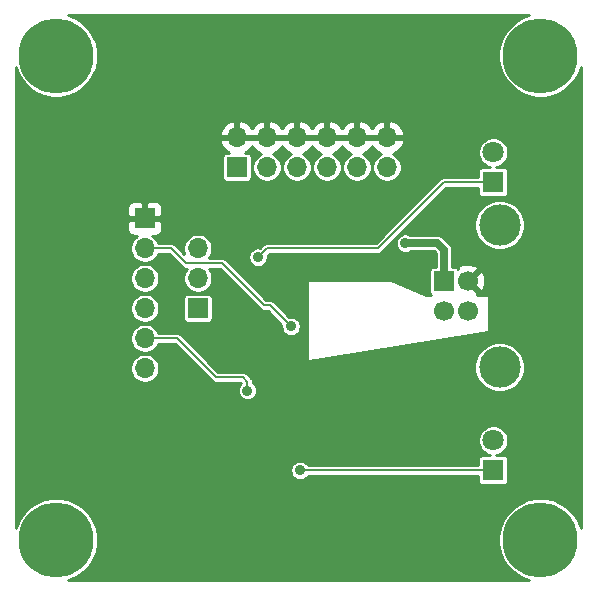
<source format=gbl>
G04 #@! TF.GenerationSoftware,KiCad,Pcbnew,(5.1.5)-3*
G04 #@! TF.CreationDate,2020-05-21T16:35:35-04:00*
G04 #@! TF.ProjectId,FTDI-USB-TTL-49MM,46544449-2d55-4534-922d-54544c2d3439,1*
G04 #@! TF.SameCoordinates,Original*
G04 #@! TF.FileFunction,Copper,L2,Bot*
G04 #@! TF.FilePolarity,Positive*
%FSLAX46Y46*%
G04 Gerber Fmt 4.6, Leading zero omitted, Abs format (unit mm)*
G04 Created by KiCad (PCBNEW (5.1.5)-3) date 2020-05-21 16:35:35*
%MOMM*%
%LPD*%
G04 APERTURE LIST*
%ADD10R,1.800000X1.800000*%
%ADD11C,1.800000*%
%ADD12C,6.350000*%
%ADD13R,1.700000X1.700000*%
%ADD14O,1.700000X1.700000*%
%ADD15C,1.700000*%
%ADD16C,3.500000*%
%ADD17C,0.889000*%
%ADD18C,0.635000*%
%ADD19C,0.203200*%
%ADD20C,0.254000*%
G04 APERTURE END LIST*
D10*
X41000000Y-39116000D03*
D11*
X41000000Y-36576000D03*
D12*
X45000000Y-45000000D03*
X4000000Y-45000000D03*
X45000000Y-4000000D03*
X4000000Y-4000000D03*
D13*
X16000000Y-25400000D03*
D14*
X16000000Y-22860000D03*
X16000000Y-20320000D03*
D13*
X36830000Y-23114000D03*
D15*
X36830000Y-25614000D03*
X38830000Y-25614000D03*
X38830000Y-23114000D03*
D16*
X41540000Y-18344000D03*
X41540000Y-30384000D03*
D13*
X11500000Y-17780000D03*
D14*
X11500000Y-20320000D03*
X11500000Y-22860000D03*
X11500000Y-25400000D03*
X11500000Y-27940000D03*
X11500000Y-30480000D03*
D11*
X41000000Y-12190000D03*
D10*
X41000000Y-14730000D03*
D13*
X19304000Y-13462000D03*
D14*
X19304000Y-10922000D03*
X21844000Y-13462000D03*
X21844000Y-10922000D03*
X24384000Y-13462000D03*
X24384000Y-10922000D03*
X26924000Y-13462000D03*
X26924000Y-10922000D03*
X29464000Y-13462000D03*
X29464000Y-10922000D03*
X32004000Y-13462000D03*
X32004000Y-10922000D03*
D17*
X33553400Y-19888200D03*
X23876000Y-26924000D03*
X20193000Y-32372300D03*
X21082000Y-21069300D03*
X24638000Y-39116000D03*
X16256000Y-36322000D03*
X22606000Y-21590000D03*
X20828000Y-18034000D03*
X23660100Y-30099000D03*
D18*
X36830000Y-23114000D02*
X36830000Y-20447000D01*
X36271200Y-19888200D02*
X33553400Y-19888200D01*
X36830000Y-20447000D02*
X36271200Y-19888200D01*
D19*
X23876000Y-26924000D02*
X22098000Y-25146000D01*
X22098000Y-25146000D02*
X21590000Y-25146000D01*
X21590000Y-25146000D02*
X18034000Y-21590000D01*
X18034000Y-21590000D02*
X14986000Y-21590000D01*
X13716000Y-20320000D02*
X11500000Y-20320000D01*
X14986000Y-21590000D02*
X13716000Y-20320000D01*
X19812000Y-31242000D02*
X17526000Y-31242000D01*
X14224000Y-27940000D02*
X11500000Y-27940000D01*
X17526000Y-31242000D02*
X14224000Y-27940000D01*
X20193000Y-31623000D02*
X19812000Y-31242000D01*
X20193000Y-32372300D02*
X20193000Y-31623000D01*
X21831300Y-20320000D02*
X31242000Y-20320000D01*
X21082000Y-21069300D02*
X21831300Y-20320000D01*
X36832000Y-14730000D02*
X31242000Y-20320000D01*
X41000000Y-14730000D02*
X36832000Y-14730000D01*
X41000000Y-39116000D02*
X24638000Y-39116000D01*
D20*
G36*
X43962753Y-580655D02*
G01*
X43315602Y-848714D01*
X42733182Y-1237874D01*
X42237874Y-1733182D01*
X41848714Y-2315602D01*
X41580655Y-2962753D01*
X41444000Y-3649765D01*
X41444000Y-4350235D01*
X41580655Y-5037247D01*
X41848714Y-5684398D01*
X42237874Y-6266818D01*
X42733182Y-6762126D01*
X43315602Y-7151286D01*
X43962753Y-7419345D01*
X44649765Y-7556000D01*
X45350235Y-7556000D01*
X46037247Y-7419345D01*
X46684398Y-7151286D01*
X47266818Y-6762126D01*
X47762126Y-6266818D01*
X48151286Y-5684398D01*
X48419345Y-5037247D01*
X48428500Y-4991222D01*
X48428501Y-44008783D01*
X48419345Y-43962753D01*
X48151286Y-43315602D01*
X47762126Y-42733182D01*
X47266818Y-42237874D01*
X46684398Y-41848714D01*
X46037247Y-41580655D01*
X45350235Y-41444000D01*
X44649765Y-41444000D01*
X43962753Y-41580655D01*
X43315602Y-41848714D01*
X42733182Y-42237874D01*
X42237874Y-42733182D01*
X41848714Y-43315602D01*
X41580655Y-43962753D01*
X41444000Y-44649765D01*
X41444000Y-45350235D01*
X41580655Y-46037247D01*
X41848714Y-46684398D01*
X42237874Y-47266818D01*
X42733182Y-47762126D01*
X43315602Y-48151286D01*
X43962753Y-48419345D01*
X44008778Y-48428500D01*
X4991222Y-48428500D01*
X5037247Y-48419345D01*
X5684398Y-48151286D01*
X6266818Y-47762126D01*
X6762126Y-47266818D01*
X7151286Y-46684398D01*
X7419345Y-46037247D01*
X7556000Y-45350235D01*
X7556000Y-44649765D01*
X7419345Y-43962753D01*
X7151286Y-43315602D01*
X6762126Y-42733182D01*
X6266818Y-42237874D01*
X5684398Y-41848714D01*
X5037247Y-41580655D01*
X4350235Y-41444000D01*
X3649765Y-41444000D01*
X2962753Y-41580655D01*
X2315602Y-41848714D01*
X1733182Y-42237874D01*
X1237874Y-42733182D01*
X848714Y-43315602D01*
X580655Y-43962753D01*
X571500Y-44008778D01*
X571500Y-39034695D01*
X23812500Y-39034695D01*
X23812500Y-39197305D01*
X23844224Y-39356789D01*
X23906452Y-39507021D01*
X23996792Y-39642225D01*
X24111775Y-39757208D01*
X24246979Y-39847548D01*
X24397211Y-39909776D01*
X24556695Y-39941500D01*
X24719305Y-39941500D01*
X24878789Y-39909776D01*
X25029021Y-39847548D01*
X25164225Y-39757208D01*
X25279208Y-39642225D01*
X25308357Y-39598600D01*
X39717157Y-39598600D01*
X39717157Y-40016000D01*
X39724513Y-40090689D01*
X39746299Y-40162508D01*
X39781678Y-40228696D01*
X39829289Y-40286711D01*
X39887304Y-40334322D01*
X39953492Y-40369701D01*
X40025311Y-40391487D01*
X40100000Y-40398843D01*
X41900000Y-40398843D01*
X41974689Y-40391487D01*
X42046508Y-40369701D01*
X42112696Y-40334322D01*
X42170711Y-40286711D01*
X42218322Y-40228696D01*
X42253701Y-40162508D01*
X42275487Y-40090689D01*
X42282843Y-40016000D01*
X42282843Y-38216000D01*
X42275487Y-38141311D01*
X42253701Y-38069492D01*
X42218322Y-38003304D01*
X42170711Y-37945289D01*
X42112696Y-37897678D01*
X42046508Y-37862299D01*
X41974689Y-37840513D01*
X41900000Y-37833157D01*
X41246034Y-37833157D01*
X41373654Y-37807772D01*
X41606781Y-37711207D01*
X41816590Y-37571018D01*
X41995018Y-37392590D01*
X42135207Y-37182781D01*
X42231772Y-36949654D01*
X42281000Y-36702167D01*
X42281000Y-36449833D01*
X42231772Y-36202346D01*
X42135207Y-35969219D01*
X41995018Y-35759410D01*
X41816590Y-35580982D01*
X41606781Y-35440793D01*
X41373654Y-35344228D01*
X41126167Y-35295000D01*
X40873833Y-35295000D01*
X40626346Y-35344228D01*
X40393219Y-35440793D01*
X40183410Y-35580982D01*
X40004982Y-35759410D01*
X39864793Y-35969219D01*
X39768228Y-36202346D01*
X39719000Y-36449833D01*
X39719000Y-36702167D01*
X39768228Y-36949654D01*
X39864793Y-37182781D01*
X40004982Y-37392590D01*
X40183410Y-37571018D01*
X40393219Y-37711207D01*
X40626346Y-37807772D01*
X40753966Y-37833157D01*
X40100000Y-37833157D01*
X40025311Y-37840513D01*
X39953492Y-37862299D01*
X39887304Y-37897678D01*
X39829289Y-37945289D01*
X39781678Y-38003304D01*
X39746299Y-38069492D01*
X39724513Y-38141311D01*
X39717157Y-38216000D01*
X39717157Y-38633400D01*
X25308357Y-38633400D01*
X25279208Y-38589775D01*
X25164225Y-38474792D01*
X25029021Y-38384452D01*
X24878789Y-38322224D01*
X24719305Y-38290500D01*
X24556695Y-38290500D01*
X24397211Y-38322224D01*
X24246979Y-38384452D01*
X24111775Y-38474792D01*
X23996792Y-38589775D01*
X23906452Y-38724979D01*
X23844224Y-38875211D01*
X23812500Y-39034695D01*
X571500Y-39034695D01*
X571500Y-30358757D01*
X10269000Y-30358757D01*
X10269000Y-30601243D01*
X10316307Y-30839069D01*
X10409102Y-31063097D01*
X10543820Y-31264717D01*
X10715283Y-31436180D01*
X10916903Y-31570898D01*
X11140931Y-31663693D01*
X11378757Y-31711000D01*
X11621243Y-31711000D01*
X11859069Y-31663693D01*
X12083097Y-31570898D01*
X12284717Y-31436180D01*
X12456180Y-31264717D01*
X12590898Y-31063097D01*
X12683693Y-30839069D01*
X12731000Y-30601243D01*
X12731000Y-30358757D01*
X12683693Y-30120931D01*
X12590898Y-29896903D01*
X12456180Y-29695283D01*
X12284717Y-29523820D01*
X12083097Y-29389102D01*
X11859069Y-29296307D01*
X11621243Y-29249000D01*
X11378757Y-29249000D01*
X11140931Y-29296307D01*
X10916903Y-29389102D01*
X10715283Y-29523820D01*
X10543820Y-29695283D01*
X10409102Y-29896903D01*
X10316307Y-30120931D01*
X10269000Y-30358757D01*
X571500Y-30358757D01*
X571500Y-27818757D01*
X10269000Y-27818757D01*
X10269000Y-28061243D01*
X10316307Y-28299069D01*
X10409102Y-28523097D01*
X10543820Y-28724717D01*
X10715283Y-28896180D01*
X10916903Y-29030898D01*
X11140931Y-29123693D01*
X11378757Y-29171000D01*
X11621243Y-29171000D01*
X11859069Y-29123693D01*
X12083097Y-29030898D01*
X12284717Y-28896180D01*
X12456180Y-28724717D01*
X12590898Y-28523097D01*
X12632525Y-28422600D01*
X14024101Y-28422600D01*
X17167983Y-31566482D01*
X17183099Y-31584901D01*
X17256585Y-31645209D01*
X17340423Y-31690022D01*
X17431394Y-31717617D01*
X17502293Y-31724600D01*
X17502294Y-31724600D01*
X17525999Y-31726935D01*
X17549704Y-31724600D01*
X19612101Y-31724600D01*
X19642684Y-31755183D01*
X19551792Y-31846075D01*
X19461452Y-31981279D01*
X19399224Y-32131511D01*
X19367500Y-32290995D01*
X19367500Y-32453605D01*
X19399224Y-32613089D01*
X19461452Y-32763321D01*
X19551792Y-32898525D01*
X19666775Y-33013508D01*
X19801979Y-33103848D01*
X19952211Y-33166076D01*
X20111695Y-33197800D01*
X20274305Y-33197800D01*
X20433789Y-33166076D01*
X20584021Y-33103848D01*
X20719225Y-33013508D01*
X20834208Y-32898525D01*
X20924548Y-32763321D01*
X20986776Y-32613089D01*
X21018500Y-32453605D01*
X21018500Y-32290995D01*
X20986776Y-32131511D01*
X20924548Y-31981279D01*
X20834208Y-31846075D01*
X20719225Y-31731092D01*
X20675600Y-31701943D01*
X20675600Y-31646696D01*
X20677934Y-31622999D01*
X20675600Y-31599302D01*
X20675600Y-31599293D01*
X20668617Y-31528394D01*
X20641022Y-31437423D01*
X20596209Y-31353585D01*
X20535901Y-31280099D01*
X20517482Y-31264983D01*
X20170017Y-30917518D01*
X20154901Y-30899099D01*
X20081415Y-30838791D01*
X19997577Y-30793978D01*
X19906606Y-30766383D01*
X19835707Y-30759400D01*
X19835705Y-30759400D01*
X19812000Y-30757065D01*
X19788295Y-30759400D01*
X17725899Y-30759400D01*
X17140614Y-30174115D01*
X39409000Y-30174115D01*
X39409000Y-30593885D01*
X39490893Y-31005590D01*
X39651532Y-31393407D01*
X39884744Y-31742433D01*
X40181567Y-32039256D01*
X40530593Y-32272468D01*
X40918410Y-32433107D01*
X41330115Y-32515000D01*
X41749885Y-32515000D01*
X42161590Y-32433107D01*
X42549407Y-32272468D01*
X42898433Y-32039256D01*
X43195256Y-31742433D01*
X43428468Y-31393407D01*
X43589107Y-31005590D01*
X43671000Y-30593885D01*
X43671000Y-30174115D01*
X43589107Y-29762410D01*
X43428468Y-29374593D01*
X43195256Y-29025567D01*
X42898433Y-28728744D01*
X42549407Y-28495532D01*
X42161590Y-28334893D01*
X41749885Y-28253000D01*
X41330115Y-28253000D01*
X40918410Y-28334893D01*
X40530593Y-28495532D01*
X40181567Y-28728744D01*
X39884744Y-29025567D01*
X39651532Y-29374593D01*
X39490893Y-29762410D01*
X39409000Y-30174115D01*
X17140614Y-30174115D01*
X14582017Y-27615518D01*
X14566901Y-27597099D01*
X14493415Y-27536791D01*
X14409577Y-27491978D01*
X14318606Y-27464383D01*
X14247707Y-27457400D01*
X14247705Y-27457400D01*
X14224000Y-27455065D01*
X14200295Y-27457400D01*
X12632525Y-27457400D01*
X12590898Y-27356903D01*
X12456180Y-27155283D01*
X12284717Y-26983820D01*
X12083097Y-26849102D01*
X11859069Y-26756307D01*
X11621243Y-26709000D01*
X11378757Y-26709000D01*
X11140931Y-26756307D01*
X10916903Y-26849102D01*
X10715283Y-26983820D01*
X10543820Y-27155283D01*
X10409102Y-27356903D01*
X10316307Y-27580931D01*
X10269000Y-27818757D01*
X571500Y-27818757D01*
X571500Y-25278757D01*
X10269000Y-25278757D01*
X10269000Y-25521243D01*
X10316307Y-25759069D01*
X10409102Y-25983097D01*
X10543820Y-26184717D01*
X10715283Y-26356180D01*
X10916903Y-26490898D01*
X11140931Y-26583693D01*
X11378757Y-26631000D01*
X11621243Y-26631000D01*
X11859069Y-26583693D01*
X12083097Y-26490898D01*
X12284717Y-26356180D01*
X12456180Y-26184717D01*
X12590898Y-25983097D01*
X12683693Y-25759069D01*
X12731000Y-25521243D01*
X12731000Y-25278757D01*
X12683693Y-25040931D01*
X12590898Y-24816903D01*
X12456180Y-24615283D01*
X12390897Y-24550000D01*
X14767157Y-24550000D01*
X14767157Y-26250000D01*
X14774513Y-26324689D01*
X14796299Y-26396508D01*
X14831678Y-26462696D01*
X14879289Y-26520711D01*
X14937304Y-26568322D01*
X15003492Y-26603701D01*
X15075311Y-26625487D01*
X15150000Y-26632843D01*
X16850000Y-26632843D01*
X16924689Y-26625487D01*
X16996508Y-26603701D01*
X17062696Y-26568322D01*
X17120711Y-26520711D01*
X17168322Y-26462696D01*
X17203701Y-26396508D01*
X17225487Y-26324689D01*
X17232843Y-26250000D01*
X17232843Y-24550000D01*
X17225487Y-24475311D01*
X17203701Y-24403492D01*
X17168322Y-24337304D01*
X17120711Y-24279289D01*
X17062696Y-24231678D01*
X16996508Y-24196299D01*
X16924689Y-24174513D01*
X16850000Y-24167157D01*
X15150000Y-24167157D01*
X15075311Y-24174513D01*
X15003492Y-24196299D01*
X14937304Y-24231678D01*
X14879289Y-24279289D01*
X14831678Y-24337304D01*
X14796299Y-24403492D01*
X14774513Y-24475311D01*
X14767157Y-24550000D01*
X12390897Y-24550000D01*
X12284717Y-24443820D01*
X12083097Y-24309102D01*
X11859069Y-24216307D01*
X11621243Y-24169000D01*
X11378757Y-24169000D01*
X11140931Y-24216307D01*
X10916903Y-24309102D01*
X10715283Y-24443820D01*
X10543820Y-24615283D01*
X10409102Y-24816903D01*
X10316307Y-25040931D01*
X10269000Y-25278757D01*
X571500Y-25278757D01*
X571500Y-22738757D01*
X10269000Y-22738757D01*
X10269000Y-22981243D01*
X10316307Y-23219069D01*
X10409102Y-23443097D01*
X10543820Y-23644717D01*
X10715283Y-23816180D01*
X10916903Y-23950898D01*
X11140931Y-24043693D01*
X11378757Y-24091000D01*
X11621243Y-24091000D01*
X11859069Y-24043693D01*
X12083097Y-23950898D01*
X12284717Y-23816180D01*
X12456180Y-23644717D01*
X12590898Y-23443097D01*
X12683693Y-23219069D01*
X12731000Y-22981243D01*
X12731000Y-22738757D01*
X12683693Y-22500931D01*
X12590898Y-22276903D01*
X12456180Y-22075283D01*
X12284717Y-21903820D01*
X12083097Y-21769102D01*
X11859069Y-21676307D01*
X11621243Y-21629000D01*
X11378757Y-21629000D01*
X11140931Y-21676307D01*
X10916903Y-21769102D01*
X10715283Y-21903820D01*
X10543820Y-22075283D01*
X10409102Y-22276903D01*
X10316307Y-22500931D01*
X10269000Y-22738757D01*
X571500Y-22738757D01*
X571500Y-18630000D01*
X10011928Y-18630000D01*
X10024188Y-18754482D01*
X10060498Y-18874180D01*
X10119463Y-18984494D01*
X10198815Y-19081185D01*
X10295506Y-19160537D01*
X10405820Y-19219502D01*
X10525518Y-19255812D01*
X10650000Y-19268072D01*
X10860294Y-19266927D01*
X10715283Y-19363820D01*
X10543820Y-19535283D01*
X10409102Y-19736903D01*
X10316307Y-19960931D01*
X10269000Y-20198757D01*
X10269000Y-20441243D01*
X10316307Y-20679069D01*
X10409102Y-20903097D01*
X10543820Y-21104717D01*
X10715283Y-21276180D01*
X10916903Y-21410898D01*
X11140931Y-21503693D01*
X11378757Y-21551000D01*
X11621243Y-21551000D01*
X11859069Y-21503693D01*
X12083097Y-21410898D01*
X12284717Y-21276180D01*
X12456180Y-21104717D01*
X12590898Y-20903097D01*
X12632525Y-20802600D01*
X13516101Y-20802600D01*
X14627983Y-21914482D01*
X14643099Y-21932901D01*
X14716585Y-21993209D01*
X14800423Y-22038022D01*
X14891394Y-22065617D01*
X14962293Y-22072600D01*
X14962294Y-22072600D01*
X14985999Y-22074935D01*
X15009704Y-22072600D01*
X15046503Y-22072600D01*
X15043820Y-22075283D01*
X14909102Y-22276903D01*
X14816307Y-22500931D01*
X14769000Y-22738757D01*
X14769000Y-22981243D01*
X14816307Y-23219069D01*
X14909102Y-23443097D01*
X15043820Y-23644717D01*
X15215283Y-23816180D01*
X15416903Y-23950898D01*
X15640931Y-24043693D01*
X15878757Y-24091000D01*
X16121243Y-24091000D01*
X16359069Y-24043693D01*
X16583097Y-23950898D01*
X16784717Y-23816180D01*
X16956180Y-23644717D01*
X17090898Y-23443097D01*
X17183693Y-23219069D01*
X17231000Y-22981243D01*
X17231000Y-22738757D01*
X17183693Y-22500931D01*
X17090898Y-22276903D01*
X16956180Y-22075283D01*
X16953497Y-22072600D01*
X17834101Y-22072600D01*
X21231983Y-25470482D01*
X21247099Y-25488901D01*
X21320585Y-25549209D01*
X21404423Y-25594022D01*
X21495394Y-25621617D01*
X21566293Y-25628600D01*
X21566302Y-25628600D01*
X21589999Y-25630934D01*
X21613696Y-25628600D01*
X21898101Y-25628600D01*
X23060736Y-26791236D01*
X23050500Y-26842695D01*
X23050500Y-27005305D01*
X23082224Y-27164789D01*
X23144452Y-27315021D01*
X23234792Y-27450225D01*
X23349775Y-27565208D01*
X23484979Y-27655548D01*
X23635211Y-27717776D01*
X23794695Y-27749500D01*
X23957305Y-27749500D01*
X24116789Y-27717776D01*
X24267021Y-27655548D01*
X24402225Y-27565208D01*
X24517208Y-27450225D01*
X24607548Y-27315021D01*
X24669776Y-27164789D01*
X24701500Y-27005305D01*
X24701500Y-26842695D01*
X24669776Y-26683211D01*
X24607548Y-26532979D01*
X24517208Y-26397775D01*
X24402225Y-26282792D01*
X24267021Y-26192452D01*
X24116789Y-26130224D01*
X23957305Y-26098500D01*
X23794695Y-26098500D01*
X23743236Y-26108736D01*
X22456017Y-24821518D01*
X22440901Y-24803099D01*
X22367415Y-24742791D01*
X22283577Y-24697978D01*
X22192606Y-24670383D01*
X22121707Y-24663400D01*
X22121705Y-24663400D01*
X22098000Y-24661065D01*
X22074295Y-24663400D01*
X21789899Y-24663400D01*
X20240499Y-23114000D01*
X25273000Y-23114000D01*
X25273000Y-29718000D01*
X25274672Y-29738537D01*
X25281086Y-29762593D01*
X25292071Y-29784935D01*
X25307203Y-29804705D01*
X25325901Y-29821142D01*
X25347447Y-29833617D01*
X25371013Y-29841648D01*
X25395692Y-29844927D01*
X25420537Y-29843328D01*
X40533537Y-27366828D01*
X40560039Y-27359467D01*
X40582150Y-27348024D01*
X40601603Y-27332487D01*
X40617651Y-27313453D01*
X40629677Y-27291654D01*
X40637220Y-27267928D01*
X40639989Y-27243186D01*
X40678089Y-24372986D01*
X40675599Y-24346222D01*
X40668315Y-24322415D01*
X40656525Y-24300487D01*
X40640685Y-24281280D01*
X40621402Y-24265533D01*
X40599417Y-24253850D01*
X40575575Y-24246681D01*
X40550792Y-24244300D01*
X39646347Y-24246490D01*
X39678792Y-24142397D01*
X38830000Y-23293605D01*
X38815858Y-23307748D01*
X38636253Y-23128143D01*
X38650395Y-23114000D01*
X39009605Y-23114000D01*
X39858397Y-23962792D01*
X40107472Y-23885157D01*
X40233371Y-23621117D01*
X40305339Y-23337589D01*
X40320611Y-23045469D01*
X40278599Y-22755981D01*
X40180919Y-22480253D01*
X40107472Y-22342843D01*
X39858397Y-22265208D01*
X39009605Y-23114000D01*
X38650395Y-23114000D01*
X38636253Y-23099858D01*
X38815858Y-22920253D01*
X38830000Y-22934395D01*
X39678792Y-22085603D01*
X39601157Y-21836528D01*
X39337117Y-21710629D01*
X39053589Y-21638661D01*
X38761469Y-21623389D01*
X38471981Y-21665401D01*
X38196253Y-21763081D01*
X38058843Y-21836528D01*
X37993667Y-22045632D01*
X37950711Y-21993289D01*
X37892696Y-21945678D01*
X37826508Y-21910299D01*
X37754689Y-21888513D01*
X37680000Y-21881157D01*
X37528500Y-21881157D01*
X37528500Y-20481298D01*
X37531878Y-20447000D01*
X37528500Y-20412702D01*
X37528500Y-20412691D01*
X37518393Y-20310070D01*
X37478452Y-20178403D01*
X37413591Y-20057057D01*
X37363084Y-19995514D01*
X37348174Y-19977346D01*
X37348171Y-19977343D01*
X37326303Y-19950697D01*
X37299657Y-19928829D01*
X36789375Y-19418548D01*
X36767503Y-19391897D01*
X36661143Y-19304609D01*
X36539797Y-19239748D01*
X36408130Y-19199807D01*
X36305509Y-19189700D01*
X36305498Y-19189700D01*
X36271200Y-19186322D01*
X36236902Y-19189700D01*
X33993881Y-19189700D01*
X33944421Y-19156652D01*
X33794189Y-19094424D01*
X33634705Y-19062700D01*
X33472095Y-19062700D01*
X33312611Y-19094424D01*
X33162379Y-19156652D01*
X33027175Y-19246992D01*
X32912192Y-19361975D01*
X32821852Y-19497179D01*
X32759624Y-19647411D01*
X32727900Y-19806895D01*
X32727900Y-19969505D01*
X32759624Y-20128989D01*
X32821852Y-20279221D01*
X32912192Y-20414425D01*
X33027175Y-20529408D01*
X33162379Y-20619748D01*
X33312611Y-20681976D01*
X33472095Y-20713700D01*
X33634705Y-20713700D01*
X33794189Y-20681976D01*
X33944421Y-20619748D01*
X33993881Y-20586700D01*
X35981873Y-20586700D01*
X36131501Y-20736329D01*
X36131500Y-21881157D01*
X35980000Y-21881157D01*
X35905311Y-21888513D01*
X35833492Y-21910299D01*
X35767304Y-21945678D01*
X35709289Y-21993289D01*
X35661678Y-22051304D01*
X35626299Y-22117492D01*
X35604513Y-22189311D01*
X35597157Y-22264000D01*
X35597157Y-23964000D01*
X35604513Y-24038689D01*
X35626299Y-24110508D01*
X35661678Y-24176696D01*
X35709289Y-24234711D01*
X35735181Y-24255960D01*
X35331252Y-24256938D01*
X32306846Y-22996769D01*
X32282776Y-22989440D01*
X32258000Y-22987000D01*
X25400000Y-22987000D01*
X25375224Y-22989440D01*
X25351399Y-22996667D01*
X25329443Y-23008403D01*
X25310197Y-23024197D01*
X25294403Y-23043443D01*
X25282667Y-23065399D01*
X25275440Y-23089224D01*
X25273000Y-23114000D01*
X20240499Y-23114000D01*
X18392017Y-21265518D01*
X18376901Y-21247099D01*
X18303415Y-21186791D01*
X18219577Y-21141978D01*
X18128606Y-21114383D01*
X18057707Y-21107400D01*
X18057705Y-21107400D01*
X18034000Y-21105065D01*
X18010295Y-21107400D01*
X16953497Y-21107400D01*
X16956180Y-21104717D01*
X17034171Y-20987995D01*
X20256500Y-20987995D01*
X20256500Y-21150605D01*
X20288224Y-21310089D01*
X20350452Y-21460321D01*
X20440792Y-21595525D01*
X20555775Y-21710508D01*
X20690979Y-21800848D01*
X20841211Y-21863076D01*
X21000695Y-21894800D01*
X21163305Y-21894800D01*
X21322789Y-21863076D01*
X21473021Y-21800848D01*
X21608225Y-21710508D01*
X21723208Y-21595525D01*
X21813548Y-21460321D01*
X21875776Y-21310089D01*
X21907500Y-21150605D01*
X21907500Y-20987995D01*
X21897264Y-20936535D01*
X22031199Y-20802600D01*
X31218295Y-20802600D01*
X31242000Y-20804935D01*
X31265705Y-20802600D01*
X31265707Y-20802600D01*
X31336606Y-20795617D01*
X31427577Y-20768022D01*
X31511415Y-20723209D01*
X31584901Y-20662901D01*
X31600017Y-20644482D01*
X34110384Y-18134115D01*
X39409000Y-18134115D01*
X39409000Y-18553885D01*
X39490893Y-18965590D01*
X39651532Y-19353407D01*
X39884744Y-19702433D01*
X40181567Y-19999256D01*
X40530593Y-20232468D01*
X40918410Y-20393107D01*
X41330115Y-20475000D01*
X41749885Y-20475000D01*
X42161590Y-20393107D01*
X42549407Y-20232468D01*
X42898433Y-19999256D01*
X43195256Y-19702433D01*
X43428468Y-19353407D01*
X43589107Y-18965590D01*
X43671000Y-18553885D01*
X43671000Y-18134115D01*
X43589107Y-17722410D01*
X43428468Y-17334593D01*
X43195256Y-16985567D01*
X42898433Y-16688744D01*
X42549407Y-16455532D01*
X42161590Y-16294893D01*
X41749885Y-16213000D01*
X41330115Y-16213000D01*
X40918410Y-16294893D01*
X40530593Y-16455532D01*
X40181567Y-16688744D01*
X39884744Y-16985567D01*
X39651532Y-17334593D01*
X39490893Y-17722410D01*
X39409000Y-18134115D01*
X34110384Y-18134115D01*
X37031900Y-15212600D01*
X39717157Y-15212600D01*
X39717157Y-15630000D01*
X39724513Y-15704689D01*
X39746299Y-15776508D01*
X39781678Y-15842696D01*
X39829289Y-15900711D01*
X39887304Y-15948322D01*
X39953492Y-15983701D01*
X40025311Y-16005487D01*
X40100000Y-16012843D01*
X41900000Y-16012843D01*
X41974689Y-16005487D01*
X42046508Y-15983701D01*
X42112696Y-15948322D01*
X42170711Y-15900711D01*
X42218322Y-15842696D01*
X42253701Y-15776508D01*
X42275487Y-15704689D01*
X42282843Y-15630000D01*
X42282843Y-13830000D01*
X42275487Y-13755311D01*
X42253701Y-13683492D01*
X42218322Y-13617304D01*
X42170711Y-13559289D01*
X42112696Y-13511678D01*
X42046508Y-13476299D01*
X41974689Y-13454513D01*
X41900000Y-13447157D01*
X41246034Y-13447157D01*
X41373654Y-13421772D01*
X41606781Y-13325207D01*
X41816590Y-13185018D01*
X41995018Y-13006590D01*
X42135207Y-12796781D01*
X42231772Y-12563654D01*
X42281000Y-12316167D01*
X42281000Y-12063833D01*
X42231772Y-11816346D01*
X42135207Y-11583219D01*
X41995018Y-11373410D01*
X41816590Y-11194982D01*
X41606781Y-11054793D01*
X41373654Y-10958228D01*
X41126167Y-10909000D01*
X40873833Y-10909000D01*
X40626346Y-10958228D01*
X40393219Y-11054793D01*
X40183410Y-11194982D01*
X40004982Y-11373410D01*
X39864793Y-11583219D01*
X39768228Y-11816346D01*
X39719000Y-12063833D01*
X39719000Y-12316167D01*
X39768228Y-12563654D01*
X39864793Y-12796781D01*
X40004982Y-13006590D01*
X40183410Y-13185018D01*
X40393219Y-13325207D01*
X40626346Y-13421772D01*
X40753966Y-13447157D01*
X40100000Y-13447157D01*
X40025311Y-13454513D01*
X39953492Y-13476299D01*
X39887304Y-13511678D01*
X39829289Y-13559289D01*
X39781678Y-13617304D01*
X39746299Y-13683492D01*
X39724513Y-13755311D01*
X39717157Y-13830000D01*
X39717157Y-14247400D01*
X36855707Y-14247400D01*
X36832000Y-14245065D01*
X36737393Y-14254383D01*
X36646423Y-14281978D01*
X36562585Y-14326791D01*
X36489099Y-14387099D01*
X36473988Y-14405512D01*
X31042101Y-19837400D01*
X21855004Y-19837400D01*
X21831299Y-19835065D01*
X21807594Y-19837400D01*
X21807593Y-19837400D01*
X21736694Y-19844383D01*
X21645723Y-19871978D01*
X21561885Y-19916791D01*
X21488399Y-19977099D01*
X21473283Y-19995518D01*
X21214765Y-20254036D01*
X21163305Y-20243800D01*
X21000695Y-20243800D01*
X20841211Y-20275524D01*
X20690979Y-20337752D01*
X20555775Y-20428092D01*
X20440792Y-20543075D01*
X20350452Y-20678279D01*
X20288224Y-20828511D01*
X20256500Y-20987995D01*
X17034171Y-20987995D01*
X17090898Y-20903097D01*
X17183693Y-20679069D01*
X17231000Y-20441243D01*
X17231000Y-20198757D01*
X17183693Y-19960931D01*
X17090898Y-19736903D01*
X16956180Y-19535283D01*
X16784717Y-19363820D01*
X16583097Y-19229102D01*
X16359069Y-19136307D01*
X16121243Y-19089000D01*
X15878757Y-19089000D01*
X15640931Y-19136307D01*
X15416903Y-19229102D01*
X15215283Y-19363820D01*
X15043820Y-19535283D01*
X14909102Y-19736903D01*
X14816307Y-19960931D01*
X14769000Y-20198757D01*
X14769000Y-20441243D01*
X14816307Y-20679069D01*
X14857841Y-20779342D01*
X14074017Y-19995518D01*
X14058901Y-19977099D01*
X13985415Y-19916791D01*
X13901577Y-19871978D01*
X13810606Y-19844383D01*
X13739707Y-19837400D01*
X13739705Y-19837400D01*
X13716000Y-19835065D01*
X13692295Y-19837400D01*
X12632525Y-19837400D01*
X12590898Y-19736903D01*
X12456180Y-19535283D01*
X12284717Y-19363820D01*
X12139706Y-19266927D01*
X12350000Y-19268072D01*
X12474482Y-19255812D01*
X12594180Y-19219502D01*
X12704494Y-19160537D01*
X12801185Y-19081185D01*
X12880537Y-18984494D01*
X12939502Y-18874180D01*
X12975812Y-18754482D01*
X12988072Y-18630000D01*
X12985000Y-18065750D01*
X12826250Y-17907000D01*
X11627000Y-17907000D01*
X11627000Y-17927000D01*
X11373000Y-17927000D01*
X11373000Y-17907000D01*
X10173750Y-17907000D01*
X10015000Y-18065750D01*
X10011928Y-18630000D01*
X571500Y-18630000D01*
X571500Y-16930000D01*
X10011928Y-16930000D01*
X10015000Y-17494250D01*
X10173750Y-17653000D01*
X11373000Y-17653000D01*
X11373000Y-16453750D01*
X11627000Y-16453750D01*
X11627000Y-17653000D01*
X12826250Y-17653000D01*
X12985000Y-17494250D01*
X12988072Y-16930000D01*
X12975812Y-16805518D01*
X12939502Y-16685820D01*
X12880537Y-16575506D01*
X12801185Y-16478815D01*
X12704494Y-16399463D01*
X12594180Y-16340498D01*
X12474482Y-16304188D01*
X12350000Y-16291928D01*
X11785750Y-16295000D01*
X11627000Y-16453750D01*
X11373000Y-16453750D01*
X11214250Y-16295000D01*
X10650000Y-16291928D01*
X10525518Y-16304188D01*
X10405820Y-16340498D01*
X10295506Y-16399463D01*
X10198815Y-16478815D01*
X10119463Y-16575506D01*
X10060498Y-16685820D01*
X10024188Y-16805518D01*
X10011928Y-16930000D01*
X571500Y-16930000D01*
X571500Y-11278891D01*
X17862519Y-11278891D01*
X17959843Y-11553252D01*
X18108822Y-11803355D01*
X18303731Y-12019588D01*
X18537080Y-12193641D01*
X18611645Y-12229157D01*
X18454000Y-12229157D01*
X18379311Y-12236513D01*
X18307492Y-12258299D01*
X18241304Y-12293678D01*
X18183289Y-12341289D01*
X18135678Y-12399304D01*
X18100299Y-12465492D01*
X18078513Y-12537311D01*
X18071157Y-12612000D01*
X18071157Y-14312000D01*
X18078513Y-14386689D01*
X18100299Y-14458508D01*
X18135678Y-14524696D01*
X18183289Y-14582711D01*
X18241304Y-14630322D01*
X18307492Y-14665701D01*
X18379311Y-14687487D01*
X18454000Y-14694843D01*
X20154000Y-14694843D01*
X20228689Y-14687487D01*
X20300508Y-14665701D01*
X20366696Y-14630322D01*
X20424711Y-14582711D01*
X20472322Y-14524696D01*
X20507701Y-14458508D01*
X20529487Y-14386689D01*
X20536843Y-14312000D01*
X20536843Y-12612000D01*
X20529487Y-12537311D01*
X20507701Y-12465492D01*
X20472322Y-12399304D01*
X20424711Y-12341289D01*
X20366696Y-12293678D01*
X20300508Y-12258299D01*
X20228689Y-12236513D01*
X20154000Y-12229157D01*
X19996355Y-12229157D01*
X20070920Y-12193641D01*
X20304269Y-12019588D01*
X20499178Y-11803355D01*
X20574000Y-11677745D01*
X20648822Y-11803355D01*
X20843731Y-12019588D01*
X21077080Y-12193641D01*
X21339901Y-12318825D01*
X21367154Y-12327091D01*
X21260903Y-12371102D01*
X21059283Y-12505820D01*
X20887820Y-12677283D01*
X20753102Y-12878903D01*
X20660307Y-13102931D01*
X20613000Y-13340757D01*
X20613000Y-13583243D01*
X20660307Y-13821069D01*
X20753102Y-14045097D01*
X20887820Y-14246717D01*
X21059283Y-14418180D01*
X21260903Y-14552898D01*
X21484931Y-14645693D01*
X21722757Y-14693000D01*
X21965243Y-14693000D01*
X22203069Y-14645693D01*
X22427097Y-14552898D01*
X22628717Y-14418180D01*
X22800180Y-14246717D01*
X22934898Y-14045097D01*
X23027693Y-13821069D01*
X23075000Y-13583243D01*
X23075000Y-13340757D01*
X23027693Y-13102931D01*
X22934898Y-12878903D01*
X22800180Y-12677283D01*
X22628717Y-12505820D01*
X22427097Y-12371102D01*
X22320846Y-12327091D01*
X22348099Y-12318825D01*
X22610920Y-12193641D01*
X22844269Y-12019588D01*
X23039178Y-11803355D01*
X23114000Y-11677745D01*
X23188822Y-11803355D01*
X23383731Y-12019588D01*
X23617080Y-12193641D01*
X23879901Y-12318825D01*
X23907154Y-12327091D01*
X23800903Y-12371102D01*
X23599283Y-12505820D01*
X23427820Y-12677283D01*
X23293102Y-12878903D01*
X23200307Y-13102931D01*
X23153000Y-13340757D01*
X23153000Y-13583243D01*
X23200307Y-13821069D01*
X23293102Y-14045097D01*
X23427820Y-14246717D01*
X23599283Y-14418180D01*
X23800903Y-14552898D01*
X24024931Y-14645693D01*
X24262757Y-14693000D01*
X24505243Y-14693000D01*
X24743069Y-14645693D01*
X24967097Y-14552898D01*
X25168717Y-14418180D01*
X25340180Y-14246717D01*
X25474898Y-14045097D01*
X25567693Y-13821069D01*
X25615000Y-13583243D01*
X25615000Y-13340757D01*
X25567693Y-13102931D01*
X25474898Y-12878903D01*
X25340180Y-12677283D01*
X25168717Y-12505820D01*
X24967097Y-12371102D01*
X24860846Y-12327091D01*
X24888099Y-12318825D01*
X25150920Y-12193641D01*
X25384269Y-12019588D01*
X25579178Y-11803355D01*
X25654000Y-11677745D01*
X25728822Y-11803355D01*
X25923731Y-12019588D01*
X26157080Y-12193641D01*
X26419901Y-12318825D01*
X26447154Y-12327091D01*
X26340903Y-12371102D01*
X26139283Y-12505820D01*
X25967820Y-12677283D01*
X25833102Y-12878903D01*
X25740307Y-13102931D01*
X25693000Y-13340757D01*
X25693000Y-13583243D01*
X25740307Y-13821069D01*
X25833102Y-14045097D01*
X25967820Y-14246717D01*
X26139283Y-14418180D01*
X26340903Y-14552898D01*
X26564931Y-14645693D01*
X26802757Y-14693000D01*
X27045243Y-14693000D01*
X27283069Y-14645693D01*
X27507097Y-14552898D01*
X27708717Y-14418180D01*
X27880180Y-14246717D01*
X28014898Y-14045097D01*
X28107693Y-13821069D01*
X28155000Y-13583243D01*
X28155000Y-13340757D01*
X28107693Y-13102931D01*
X28014898Y-12878903D01*
X27880180Y-12677283D01*
X27708717Y-12505820D01*
X27507097Y-12371102D01*
X27400846Y-12327091D01*
X27428099Y-12318825D01*
X27690920Y-12193641D01*
X27924269Y-12019588D01*
X28119178Y-11803355D01*
X28194000Y-11677745D01*
X28268822Y-11803355D01*
X28463731Y-12019588D01*
X28697080Y-12193641D01*
X28959901Y-12318825D01*
X28987154Y-12327091D01*
X28880903Y-12371102D01*
X28679283Y-12505820D01*
X28507820Y-12677283D01*
X28373102Y-12878903D01*
X28280307Y-13102931D01*
X28233000Y-13340757D01*
X28233000Y-13583243D01*
X28280307Y-13821069D01*
X28373102Y-14045097D01*
X28507820Y-14246717D01*
X28679283Y-14418180D01*
X28880903Y-14552898D01*
X29104931Y-14645693D01*
X29342757Y-14693000D01*
X29585243Y-14693000D01*
X29823069Y-14645693D01*
X30047097Y-14552898D01*
X30248717Y-14418180D01*
X30420180Y-14246717D01*
X30554898Y-14045097D01*
X30647693Y-13821069D01*
X30695000Y-13583243D01*
X30695000Y-13340757D01*
X30647693Y-13102931D01*
X30554898Y-12878903D01*
X30420180Y-12677283D01*
X30248717Y-12505820D01*
X30047097Y-12371102D01*
X29940846Y-12327091D01*
X29968099Y-12318825D01*
X30230920Y-12193641D01*
X30464269Y-12019588D01*
X30659178Y-11803355D01*
X30734000Y-11677745D01*
X30808822Y-11803355D01*
X31003731Y-12019588D01*
X31237080Y-12193641D01*
X31499901Y-12318825D01*
X31527154Y-12327091D01*
X31420903Y-12371102D01*
X31219283Y-12505820D01*
X31047820Y-12677283D01*
X30913102Y-12878903D01*
X30820307Y-13102931D01*
X30773000Y-13340757D01*
X30773000Y-13583243D01*
X30820307Y-13821069D01*
X30913102Y-14045097D01*
X31047820Y-14246717D01*
X31219283Y-14418180D01*
X31420903Y-14552898D01*
X31644931Y-14645693D01*
X31882757Y-14693000D01*
X32125243Y-14693000D01*
X32363069Y-14645693D01*
X32587097Y-14552898D01*
X32788717Y-14418180D01*
X32960180Y-14246717D01*
X33094898Y-14045097D01*
X33187693Y-13821069D01*
X33235000Y-13583243D01*
X33235000Y-13340757D01*
X33187693Y-13102931D01*
X33094898Y-12878903D01*
X32960180Y-12677283D01*
X32788717Y-12505820D01*
X32587097Y-12371102D01*
X32480846Y-12327091D01*
X32508099Y-12318825D01*
X32770920Y-12193641D01*
X33004269Y-12019588D01*
X33199178Y-11803355D01*
X33348157Y-11553252D01*
X33445481Y-11278891D01*
X33324814Y-11049000D01*
X32131000Y-11049000D01*
X32131000Y-11069000D01*
X31877000Y-11069000D01*
X31877000Y-11049000D01*
X29591000Y-11049000D01*
X29591000Y-11069000D01*
X29337000Y-11069000D01*
X29337000Y-11049000D01*
X27051000Y-11049000D01*
X27051000Y-11069000D01*
X26797000Y-11069000D01*
X26797000Y-11049000D01*
X24511000Y-11049000D01*
X24511000Y-11069000D01*
X24257000Y-11069000D01*
X24257000Y-11049000D01*
X21971000Y-11049000D01*
X21971000Y-11069000D01*
X21717000Y-11069000D01*
X21717000Y-11049000D01*
X19431000Y-11049000D01*
X19431000Y-11069000D01*
X19177000Y-11069000D01*
X19177000Y-11049000D01*
X17983186Y-11049000D01*
X17862519Y-11278891D01*
X571500Y-11278891D01*
X571500Y-10565109D01*
X17862519Y-10565109D01*
X17983186Y-10795000D01*
X19177000Y-10795000D01*
X19177000Y-9601845D01*
X19431000Y-9601845D01*
X19431000Y-10795000D01*
X21717000Y-10795000D01*
X21717000Y-9601845D01*
X21971000Y-9601845D01*
X21971000Y-10795000D01*
X24257000Y-10795000D01*
X24257000Y-9601845D01*
X24511000Y-9601845D01*
X24511000Y-10795000D01*
X26797000Y-10795000D01*
X26797000Y-9601845D01*
X27051000Y-9601845D01*
X27051000Y-10795000D01*
X29337000Y-10795000D01*
X29337000Y-9601845D01*
X29591000Y-9601845D01*
X29591000Y-10795000D01*
X31877000Y-10795000D01*
X31877000Y-9601845D01*
X32131000Y-9601845D01*
X32131000Y-10795000D01*
X33324814Y-10795000D01*
X33445481Y-10565109D01*
X33348157Y-10290748D01*
X33199178Y-10040645D01*
X33004269Y-9824412D01*
X32770920Y-9650359D01*
X32508099Y-9525175D01*
X32360890Y-9480524D01*
X32131000Y-9601845D01*
X31877000Y-9601845D01*
X31647110Y-9480524D01*
X31499901Y-9525175D01*
X31237080Y-9650359D01*
X31003731Y-9824412D01*
X30808822Y-10040645D01*
X30734000Y-10166255D01*
X30659178Y-10040645D01*
X30464269Y-9824412D01*
X30230920Y-9650359D01*
X29968099Y-9525175D01*
X29820890Y-9480524D01*
X29591000Y-9601845D01*
X29337000Y-9601845D01*
X29107110Y-9480524D01*
X28959901Y-9525175D01*
X28697080Y-9650359D01*
X28463731Y-9824412D01*
X28268822Y-10040645D01*
X28194000Y-10166255D01*
X28119178Y-10040645D01*
X27924269Y-9824412D01*
X27690920Y-9650359D01*
X27428099Y-9525175D01*
X27280890Y-9480524D01*
X27051000Y-9601845D01*
X26797000Y-9601845D01*
X26567110Y-9480524D01*
X26419901Y-9525175D01*
X26157080Y-9650359D01*
X25923731Y-9824412D01*
X25728822Y-10040645D01*
X25654000Y-10166255D01*
X25579178Y-10040645D01*
X25384269Y-9824412D01*
X25150920Y-9650359D01*
X24888099Y-9525175D01*
X24740890Y-9480524D01*
X24511000Y-9601845D01*
X24257000Y-9601845D01*
X24027110Y-9480524D01*
X23879901Y-9525175D01*
X23617080Y-9650359D01*
X23383731Y-9824412D01*
X23188822Y-10040645D01*
X23114000Y-10166255D01*
X23039178Y-10040645D01*
X22844269Y-9824412D01*
X22610920Y-9650359D01*
X22348099Y-9525175D01*
X22200890Y-9480524D01*
X21971000Y-9601845D01*
X21717000Y-9601845D01*
X21487110Y-9480524D01*
X21339901Y-9525175D01*
X21077080Y-9650359D01*
X20843731Y-9824412D01*
X20648822Y-10040645D01*
X20574000Y-10166255D01*
X20499178Y-10040645D01*
X20304269Y-9824412D01*
X20070920Y-9650359D01*
X19808099Y-9525175D01*
X19660890Y-9480524D01*
X19431000Y-9601845D01*
X19177000Y-9601845D01*
X18947110Y-9480524D01*
X18799901Y-9525175D01*
X18537080Y-9650359D01*
X18303731Y-9824412D01*
X18108822Y-10040645D01*
X17959843Y-10290748D01*
X17862519Y-10565109D01*
X571500Y-10565109D01*
X571500Y-4991222D01*
X580655Y-5037247D01*
X848714Y-5684398D01*
X1237874Y-6266818D01*
X1733182Y-6762126D01*
X2315602Y-7151286D01*
X2962753Y-7419345D01*
X3649765Y-7556000D01*
X4350235Y-7556000D01*
X5037247Y-7419345D01*
X5684398Y-7151286D01*
X6266818Y-6762126D01*
X6762126Y-6266818D01*
X7151286Y-5684398D01*
X7419345Y-5037247D01*
X7556000Y-4350235D01*
X7556000Y-3649765D01*
X7419345Y-2962753D01*
X7151286Y-2315602D01*
X6762126Y-1733182D01*
X6266818Y-1237874D01*
X5684398Y-848714D01*
X5037247Y-580655D01*
X4991222Y-571500D01*
X44008778Y-571500D01*
X43962753Y-580655D01*
G37*
X43962753Y-580655D02*
X43315602Y-848714D01*
X42733182Y-1237874D01*
X42237874Y-1733182D01*
X41848714Y-2315602D01*
X41580655Y-2962753D01*
X41444000Y-3649765D01*
X41444000Y-4350235D01*
X41580655Y-5037247D01*
X41848714Y-5684398D01*
X42237874Y-6266818D01*
X42733182Y-6762126D01*
X43315602Y-7151286D01*
X43962753Y-7419345D01*
X44649765Y-7556000D01*
X45350235Y-7556000D01*
X46037247Y-7419345D01*
X46684398Y-7151286D01*
X47266818Y-6762126D01*
X47762126Y-6266818D01*
X48151286Y-5684398D01*
X48419345Y-5037247D01*
X48428500Y-4991222D01*
X48428501Y-44008783D01*
X48419345Y-43962753D01*
X48151286Y-43315602D01*
X47762126Y-42733182D01*
X47266818Y-42237874D01*
X46684398Y-41848714D01*
X46037247Y-41580655D01*
X45350235Y-41444000D01*
X44649765Y-41444000D01*
X43962753Y-41580655D01*
X43315602Y-41848714D01*
X42733182Y-42237874D01*
X42237874Y-42733182D01*
X41848714Y-43315602D01*
X41580655Y-43962753D01*
X41444000Y-44649765D01*
X41444000Y-45350235D01*
X41580655Y-46037247D01*
X41848714Y-46684398D01*
X42237874Y-47266818D01*
X42733182Y-47762126D01*
X43315602Y-48151286D01*
X43962753Y-48419345D01*
X44008778Y-48428500D01*
X4991222Y-48428500D01*
X5037247Y-48419345D01*
X5684398Y-48151286D01*
X6266818Y-47762126D01*
X6762126Y-47266818D01*
X7151286Y-46684398D01*
X7419345Y-46037247D01*
X7556000Y-45350235D01*
X7556000Y-44649765D01*
X7419345Y-43962753D01*
X7151286Y-43315602D01*
X6762126Y-42733182D01*
X6266818Y-42237874D01*
X5684398Y-41848714D01*
X5037247Y-41580655D01*
X4350235Y-41444000D01*
X3649765Y-41444000D01*
X2962753Y-41580655D01*
X2315602Y-41848714D01*
X1733182Y-42237874D01*
X1237874Y-42733182D01*
X848714Y-43315602D01*
X580655Y-43962753D01*
X571500Y-44008778D01*
X571500Y-39034695D01*
X23812500Y-39034695D01*
X23812500Y-39197305D01*
X23844224Y-39356789D01*
X23906452Y-39507021D01*
X23996792Y-39642225D01*
X24111775Y-39757208D01*
X24246979Y-39847548D01*
X24397211Y-39909776D01*
X24556695Y-39941500D01*
X24719305Y-39941500D01*
X24878789Y-39909776D01*
X25029021Y-39847548D01*
X25164225Y-39757208D01*
X25279208Y-39642225D01*
X25308357Y-39598600D01*
X39717157Y-39598600D01*
X39717157Y-40016000D01*
X39724513Y-40090689D01*
X39746299Y-40162508D01*
X39781678Y-40228696D01*
X39829289Y-40286711D01*
X39887304Y-40334322D01*
X39953492Y-40369701D01*
X40025311Y-40391487D01*
X40100000Y-40398843D01*
X41900000Y-40398843D01*
X41974689Y-40391487D01*
X42046508Y-40369701D01*
X42112696Y-40334322D01*
X42170711Y-40286711D01*
X42218322Y-40228696D01*
X42253701Y-40162508D01*
X42275487Y-40090689D01*
X42282843Y-40016000D01*
X42282843Y-38216000D01*
X42275487Y-38141311D01*
X42253701Y-38069492D01*
X42218322Y-38003304D01*
X42170711Y-37945289D01*
X42112696Y-37897678D01*
X42046508Y-37862299D01*
X41974689Y-37840513D01*
X41900000Y-37833157D01*
X41246034Y-37833157D01*
X41373654Y-37807772D01*
X41606781Y-37711207D01*
X41816590Y-37571018D01*
X41995018Y-37392590D01*
X42135207Y-37182781D01*
X42231772Y-36949654D01*
X42281000Y-36702167D01*
X42281000Y-36449833D01*
X42231772Y-36202346D01*
X42135207Y-35969219D01*
X41995018Y-35759410D01*
X41816590Y-35580982D01*
X41606781Y-35440793D01*
X41373654Y-35344228D01*
X41126167Y-35295000D01*
X40873833Y-35295000D01*
X40626346Y-35344228D01*
X40393219Y-35440793D01*
X40183410Y-35580982D01*
X40004982Y-35759410D01*
X39864793Y-35969219D01*
X39768228Y-36202346D01*
X39719000Y-36449833D01*
X39719000Y-36702167D01*
X39768228Y-36949654D01*
X39864793Y-37182781D01*
X40004982Y-37392590D01*
X40183410Y-37571018D01*
X40393219Y-37711207D01*
X40626346Y-37807772D01*
X40753966Y-37833157D01*
X40100000Y-37833157D01*
X40025311Y-37840513D01*
X39953492Y-37862299D01*
X39887304Y-37897678D01*
X39829289Y-37945289D01*
X39781678Y-38003304D01*
X39746299Y-38069492D01*
X39724513Y-38141311D01*
X39717157Y-38216000D01*
X39717157Y-38633400D01*
X25308357Y-38633400D01*
X25279208Y-38589775D01*
X25164225Y-38474792D01*
X25029021Y-38384452D01*
X24878789Y-38322224D01*
X24719305Y-38290500D01*
X24556695Y-38290500D01*
X24397211Y-38322224D01*
X24246979Y-38384452D01*
X24111775Y-38474792D01*
X23996792Y-38589775D01*
X23906452Y-38724979D01*
X23844224Y-38875211D01*
X23812500Y-39034695D01*
X571500Y-39034695D01*
X571500Y-30358757D01*
X10269000Y-30358757D01*
X10269000Y-30601243D01*
X10316307Y-30839069D01*
X10409102Y-31063097D01*
X10543820Y-31264717D01*
X10715283Y-31436180D01*
X10916903Y-31570898D01*
X11140931Y-31663693D01*
X11378757Y-31711000D01*
X11621243Y-31711000D01*
X11859069Y-31663693D01*
X12083097Y-31570898D01*
X12284717Y-31436180D01*
X12456180Y-31264717D01*
X12590898Y-31063097D01*
X12683693Y-30839069D01*
X12731000Y-30601243D01*
X12731000Y-30358757D01*
X12683693Y-30120931D01*
X12590898Y-29896903D01*
X12456180Y-29695283D01*
X12284717Y-29523820D01*
X12083097Y-29389102D01*
X11859069Y-29296307D01*
X11621243Y-29249000D01*
X11378757Y-29249000D01*
X11140931Y-29296307D01*
X10916903Y-29389102D01*
X10715283Y-29523820D01*
X10543820Y-29695283D01*
X10409102Y-29896903D01*
X10316307Y-30120931D01*
X10269000Y-30358757D01*
X571500Y-30358757D01*
X571500Y-27818757D01*
X10269000Y-27818757D01*
X10269000Y-28061243D01*
X10316307Y-28299069D01*
X10409102Y-28523097D01*
X10543820Y-28724717D01*
X10715283Y-28896180D01*
X10916903Y-29030898D01*
X11140931Y-29123693D01*
X11378757Y-29171000D01*
X11621243Y-29171000D01*
X11859069Y-29123693D01*
X12083097Y-29030898D01*
X12284717Y-28896180D01*
X12456180Y-28724717D01*
X12590898Y-28523097D01*
X12632525Y-28422600D01*
X14024101Y-28422600D01*
X17167983Y-31566482D01*
X17183099Y-31584901D01*
X17256585Y-31645209D01*
X17340423Y-31690022D01*
X17431394Y-31717617D01*
X17502293Y-31724600D01*
X17502294Y-31724600D01*
X17525999Y-31726935D01*
X17549704Y-31724600D01*
X19612101Y-31724600D01*
X19642684Y-31755183D01*
X19551792Y-31846075D01*
X19461452Y-31981279D01*
X19399224Y-32131511D01*
X19367500Y-32290995D01*
X19367500Y-32453605D01*
X19399224Y-32613089D01*
X19461452Y-32763321D01*
X19551792Y-32898525D01*
X19666775Y-33013508D01*
X19801979Y-33103848D01*
X19952211Y-33166076D01*
X20111695Y-33197800D01*
X20274305Y-33197800D01*
X20433789Y-33166076D01*
X20584021Y-33103848D01*
X20719225Y-33013508D01*
X20834208Y-32898525D01*
X20924548Y-32763321D01*
X20986776Y-32613089D01*
X21018500Y-32453605D01*
X21018500Y-32290995D01*
X20986776Y-32131511D01*
X20924548Y-31981279D01*
X20834208Y-31846075D01*
X20719225Y-31731092D01*
X20675600Y-31701943D01*
X20675600Y-31646696D01*
X20677934Y-31622999D01*
X20675600Y-31599302D01*
X20675600Y-31599293D01*
X20668617Y-31528394D01*
X20641022Y-31437423D01*
X20596209Y-31353585D01*
X20535901Y-31280099D01*
X20517482Y-31264983D01*
X20170017Y-30917518D01*
X20154901Y-30899099D01*
X20081415Y-30838791D01*
X19997577Y-30793978D01*
X19906606Y-30766383D01*
X19835707Y-30759400D01*
X19835705Y-30759400D01*
X19812000Y-30757065D01*
X19788295Y-30759400D01*
X17725899Y-30759400D01*
X17140614Y-30174115D01*
X39409000Y-30174115D01*
X39409000Y-30593885D01*
X39490893Y-31005590D01*
X39651532Y-31393407D01*
X39884744Y-31742433D01*
X40181567Y-32039256D01*
X40530593Y-32272468D01*
X40918410Y-32433107D01*
X41330115Y-32515000D01*
X41749885Y-32515000D01*
X42161590Y-32433107D01*
X42549407Y-32272468D01*
X42898433Y-32039256D01*
X43195256Y-31742433D01*
X43428468Y-31393407D01*
X43589107Y-31005590D01*
X43671000Y-30593885D01*
X43671000Y-30174115D01*
X43589107Y-29762410D01*
X43428468Y-29374593D01*
X43195256Y-29025567D01*
X42898433Y-28728744D01*
X42549407Y-28495532D01*
X42161590Y-28334893D01*
X41749885Y-28253000D01*
X41330115Y-28253000D01*
X40918410Y-28334893D01*
X40530593Y-28495532D01*
X40181567Y-28728744D01*
X39884744Y-29025567D01*
X39651532Y-29374593D01*
X39490893Y-29762410D01*
X39409000Y-30174115D01*
X17140614Y-30174115D01*
X14582017Y-27615518D01*
X14566901Y-27597099D01*
X14493415Y-27536791D01*
X14409577Y-27491978D01*
X14318606Y-27464383D01*
X14247707Y-27457400D01*
X14247705Y-27457400D01*
X14224000Y-27455065D01*
X14200295Y-27457400D01*
X12632525Y-27457400D01*
X12590898Y-27356903D01*
X12456180Y-27155283D01*
X12284717Y-26983820D01*
X12083097Y-26849102D01*
X11859069Y-26756307D01*
X11621243Y-26709000D01*
X11378757Y-26709000D01*
X11140931Y-26756307D01*
X10916903Y-26849102D01*
X10715283Y-26983820D01*
X10543820Y-27155283D01*
X10409102Y-27356903D01*
X10316307Y-27580931D01*
X10269000Y-27818757D01*
X571500Y-27818757D01*
X571500Y-25278757D01*
X10269000Y-25278757D01*
X10269000Y-25521243D01*
X10316307Y-25759069D01*
X10409102Y-25983097D01*
X10543820Y-26184717D01*
X10715283Y-26356180D01*
X10916903Y-26490898D01*
X11140931Y-26583693D01*
X11378757Y-26631000D01*
X11621243Y-26631000D01*
X11859069Y-26583693D01*
X12083097Y-26490898D01*
X12284717Y-26356180D01*
X12456180Y-26184717D01*
X12590898Y-25983097D01*
X12683693Y-25759069D01*
X12731000Y-25521243D01*
X12731000Y-25278757D01*
X12683693Y-25040931D01*
X12590898Y-24816903D01*
X12456180Y-24615283D01*
X12390897Y-24550000D01*
X14767157Y-24550000D01*
X14767157Y-26250000D01*
X14774513Y-26324689D01*
X14796299Y-26396508D01*
X14831678Y-26462696D01*
X14879289Y-26520711D01*
X14937304Y-26568322D01*
X15003492Y-26603701D01*
X15075311Y-26625487D01*
X15150000Y-26632843D01*
X16850000Y-26632843D01*
X16924689Y-26625487D01*
X16996508Y-26603701D01*
X17062696Y-26568322D01*
X17120711Y-26520711D01*
X17168322Y-26462696D01*
X17203701Y-26396508D01*
X17225487Y-26324689D01*
X17232843Y-26250000D01*
X17232843Y-24550000D01*
X17225487Y-24475311D01*
X17203701Y-24403492D01*
X17168322Y-24337304D01*
X17120711Y-24279289D01*
X17062696Y-24231678D01*
X16996508Y-24196299D01*
X16924689Y-24174513D01*
X16850000Y-24167157D01*
X15150000Y-24167157D01*
X15075311Y-24174513D01*
X15003492Y-24196299D01*
X14937304Y-24231678D01*
X14879289Y-24279289D01*
X14831678Y-24337304D01*
X14796299Y-24403492D01*
X14774513Y-24475311D01*
X14767157Y-24550000D01*
X12390897Y-24550000D01*
X12284717Y-24443820D01*
X12083097Y-24309102D01*
X11859069Y-24216307D01*
X11621243Y-24169000D01*
X11378757Y-24169000D01*
X11140931Y-24216307D01*
X10916903Y-24309102D01*
X10715283Y-24443820D01*
X10543820Y-24615283D01*
X10409102Y-24816903D01*
X10316307Y-25040931D01*
X10269000Y-25278757D01*
X571500Y-25278757D01*
X571500Y-22738757D01*
X10269000Y-22738757D01*
X10269000Y-22981243D01*
X10316307Y-23219069D01*
X10409102Y-23443097D01*
X10543820Y-23644717D01*
X10715283Y-23816180D01*
X10916903Y-23950898D01*
X11140931Y-24043693D01*
X11378757Y-24091000D01*
X11621243Y-24091000D01*
X11859069Y-24043693D01*
X12083097Y-23950898D01*
X12284717Y-23816180D01*
X12456180Y-23644717D01*
X12590898Y-23443097D01*
X12683693Y-23219069D01*
X12731000Y-22981243D01*
X12731000Y-22738757D01*
X12683693Y-22500931D01*
X12590898Y-22276903D01*
X12456180Y-22075283D01*
X12284717Y-21903820D01*
X12083097Y-21769102D01*
X11859069Y-21676307D01*
X11621243Y-21629000D01*
X11378757Y-21629000D01*
X11140931Y-21676307D01*
X10916903Y-21769102D01*
X10715283Y-21903820D01*
X10543820Y-22075283D01*
X10409102Y-22276903D01*
X10316307Y-22500931D01*
X10269000Y-22738757D01*
X571500Y-22738757D01*
X571500Y-18630000D01*
X10011928Y-18630000D01*
X10024188Y-18754482D01*
X10060498Y-18874180D01*
X10119463Y-18984494D01*
X10198815Y-19081185D01*
X10295506Y-19160537D01*
X10405820Y-19219502D01*
X10525518Y-19255812D01*
X10650000Y-19268072D01*
X10860294Y-19266927D01*
X10715283Y-19363820D01*
X10543820Y-19535283D01*
X10409102Y-19736903D01*
X10316307Y-19960931D01*
X10269000Y-20198757D01*
X10269000Y-20441243D01*
X10316307Y-20679069D01*
X10409102Y-20903097D01*
X10543820Y-21104717D01*
X10715283Y-21276180D01*
X10916903Y-21410898D01*
X11140931Y-21503693D01*
X11378757Y-21551000D01*
X11621243Y-21551000D01*
X11859069Y-21503693D01*
X12083097Y-21410898D01*
X12284717Y-21276180D01*
X12456180Y-21104717D01*
X12590898Y-20903097D01*
X12632525Y-20802600D01*
X13516101Y-20802600D01*
X14627983Y-21914482D01*
X14643099Y-21932901D01*
X14716585Y-21993209D01*
X14800423Y-22038022D01*
X14891394Y-22065617D01*
X14962293Y-22072600D01*
X14962294Y-22072600D01*
X14985999Y-22074935D01*
X15009704Y-22072600D01*
X15046503Y-22072600D01*
X15043820Y-22075283D01*
X14909102Y-22276903D01*
X14816307Y-22500931D01*
X14769000Y-22738757D01*
X14769000Y-22981243D01*
X14816307Y-23219069D01*
X14909102Y-23443097D01*
X15043820Y-23644717D01*
X15215283Y-23816180D01*
X15416903Y-23950898D01*
X15640931Y-24043693D01*
X15878757Y-24091000D01*
X16121243Y-24091000D01*
X16359069Y-24043693D01*
X16583097Y-23950898D01*
X16784717Y-23816180D01*
X16956180Y-23644717D01*
X17090898Y-23443097D01*
X17183693Y-23219069D01*
X17231000Y-22981243D01*
X17231000Y-22738757D01*
X17183693Y-22500931D01*
X17090898Y-22276903D01*
X16956180Y-22075283D01*
X16953497Y-22072600D01*
X17834101Y-22072600D01*
X21231983Y-25470482D01*
X21247099Y-25488901D01*
X21320585Y-25549209D01*
X21404423Y-25594022D01*
X21495394Y-25621617D01*
X21566293Y-25628600D01*
X21566302Y-25628600D01*
X21589999Y-25630934D01*
X21613696Y-25628600D01*
X21898101Y-25628600D01*
X23060736Y-26791236D01*
X23050500Y-26842695D01*
X23050500Y-27005305D01*
X23082224Y-27164789D01*
X23144452Y-27315021D01*
X23234792Y-27450225D01*
X23349775Y-27565208D01*
X23484979Y-27655548D01*
X23635211Y-27717776D01*
X23794695Y-27749500D01*
X23957305Y-27749500D01*
X24116789Y-27717776D01*
X24267021Y-27655548D01*
X24402225Y-27565208D01*
X24517208Y-27450225D01*
X24607548Y-27315021D01*
X24669776Y-27164789D01*
X24701500Y-27005305D01*
X24701500Y-26842695D01*
X24669776Y-26683211D01*
X24607548Y-26532979D01*
X24517208Y-26397775D01*
X24402225Y-26282792D01*
X24267021Y-26192452D01*
X24116789Y-26130224D01*
X23957305Y-26098500D01*
X23794695Y-26098500D01*
X23743236Y-26108736D01*
X22456017Y-24821518D01*
X22440901Y-24803099D01*
X22367415Y-24742791D01*
X22283577Y-24697978D01*
X22192606Y-24670383D01*
X22121707Y-24663400D01*
X22121705Y-24663400D01*
X22098000Y-24661065D01*
X22074295Y-24663400D01*
X21789899Y-24663400D01*
X20240499Y-23114000D01*
X25273000Y-23114000D01*
X25273000Y-29718000D01*
X25274672Y-29738537D01*
X25281086Y-29762593D01*
X25292071Y-29784935D01*
X25307203Y-29804705D01*
X25325901Y-29821142D01*
X25347447Y-29833617D01*
X25371013Y-29841648D01*
X25395692Y-29844927D01*
X25420537Y-29843328D01*
X40533537Y-27366828D01*
X40560039Y-27359467D01*
X40582150Y-27348024D01*
X40601603Y-27332487D01*
X40617651Y-27313453D01*
X40629677Y-27291654D01*
X40637220Y-27267928D01*
X40639989Y-27243186D01*
X40678089Y-24372986D01*
X40675599Y-24346222D01*
X40668315Y-24322415D01*
X40656525Y-24300487D01*
X40640685Y-24281280D01*
X40621402Y-24265533D01*
X40599417Y-24253850D01*
X40575575Y-24246681D01*
X40550792Y-24244300D01*
X39646347Y-24246490D01*
X39678792Y-24142397D01*
X38830000Y-23293605D01*
X38815858Y-23307748D01*
X38636253Y-23128143D01*
X38650395Y-23114000D01*
X39009605Y-23114000D01*
X39858397Y-23962792D01*
X40107472Y-23885157D01*
X40233371Y-23621117D01*
X40305339Y-23337589D01*
X40320611Y-23045469D01*
X40278599Y-22755981D01*
X40180919Y-22480253D01*
X40107472Y-22342843D01*
X39858397Y-22265208D01*
X39009605Y-23114000D01*
X38650395Y-23114000D01*
X38636253Y-23099858D01*
X38815858Y-22920253D01*
X38830000Y-22934395D01*
X39678792Y-22085603D01*
X39601157Y-21836528D01*
X39337117Y-21710629D01*
X39053589Y-21638661D01*
X38761469Y-21623389D01*
X38471981Y-21665401D01*
X38196253Y-21763081D01*
X38058843Y-21836528D01*
X37993667Y-22045632D01*
X37950711Y-21993289D01*
X37892696Y-21945678D01*
X37826508Y-21910299D01*
X37754689Y-21888513D01*
X37680000Y-21881157D01*
X37528500Y-21881157D01*
X37528500Y-20481298D01*
X37531878Y-20447000D01*
X37528500Y-20412702D01*
X37528500Y-20412691D01*
X37518393Y-20310070D01*
X37478452Y-20178403D01*
X37413591Y-20057057D01*
X37363084Y-19995514D01*
X37348174Y-19977346D01*
X37348171Y-19977343D01*
X37326303Y-19950697D01*
X37299657Y-19928829D01*
X36789375Y-19418548D01*
X36767503Y-19391897D01*
X36661143Y-19304609D01*
X36539797Y-19239748D01*
X36408130Y-19199807D01*
X36305509Y-19189700D01*
X36305498Y-19189700D01*
X36271200Y-19186322D01*
X36236902Y-19189700D01*
X33993881Y-19189700D01*
X33944421Y-19156652D01*
X33794189Y-19094424D01*
X33634705Y-19062700D01*
X33472095Y-19062700D01*
X33312611Y-19094424D01*
X33162379Y-19156652D01*
X33027175Y-19246992D01*
X32912192Y-19361975D01*
X32821852Y-19497179D01*
X32759624Y-19647411D01*
X32727900Y-19806895D01*
X32727900Y-19969505D01*
X32759624Y-20128989D01*
X32821852Y-20279221D01*
X32912192Y-20414425D01*
X33027175Y-20529408D01*
X33162379Y-20619748D01*
X33312611Y-20681976D01*
X33472095Y-20713700D01*
X33634705Y-20713700D01*
X33794189Y-20681976D01*
X33944421Y-20619748D01*
X33993881Y-20586700D01*
X35981873Y-20586700D01*
X36131501Y-20736329D01*
X36131500Y-21881157D01*
X35980000Y-21881157D01*
X35905311Y-21888513D01*
X35833492Y-21910299D01*
X35767304Y-21945678D01*
X35709289Y-21993289D01*
X35661678Y-22051304D01*
X35626299Y-22117492D01*
X35604513Y-22189311D01*
X35597157Y-22264000D01*
X35597157Y-23964000D01*
X35604513Y-24038689D01*
X35626299Y-24110508D01*
X35661678Y-24176696D01*
X35709289Y-24234711D01*
X35735181Y-24255960D01*
X35331252Y-24256938D01*
X32306846Y-22996769D01*
X32282776Y-22989440D01*
X32258000Y-22987000D01*
X25400000Y-22987000D01*
X25375224Y-22989440D01*
X25351399Y-22996667D01*
X25329443Y-23008403D01*
X25310197Y-23024197D01*
X25294403Y-23043443D01*
X25282667Y-23065399D01*
X25275440Y-23089224D01*
X25273000Y-23114000D01*
X20240499Y-23114000D01*
X18392017Y-21265518D01*
X18376901Y-21247099D01*
X18303415Y-21186791D01*
X18219577Y-21141978D01*
X18128606Y-21114383D01*
X18057707Y-21107400D01*
X18057705Y-21107400D01*
X18034000Y-21105065D01*
X18010295Y-21107400D01*
X16953497Y-21107400D01*
X16956180Y-21104717D01*
X17034171Y-20987995D01*
X20256500Y-20987995D01*
X20256500Y-21150605D01*
X20288224Y-21310089D01*
X20350452Y-21460321D01*
X20440792Y-21595525D01*
X20555775Y-21710508D01*
X20690979Y-21800848D01*
X20841211Y-21863076D01*
X21000695Y-21894800D01*
X21163305Y-21894800D01*
X21322789Y-21863076D01*
X21473021Y-21800848D01*
X21608225Y-21710508D01*
X21723208Y-21595525D01*
X21813548Y-21460321D01*
X21875776Y-21310089D01*
X21907500Y-21150605D01*
X21907500Y-20987995D01*
X21897264Y-20936535D01*
X22031199Y-20802600D01*
X31218295Y-20802600D01*
X31242000Y-20804935D01*
X31265705Y-20802600D01*
X31265707Y-20802600D01*
X31336606Y-20795617D01*
X31427577Y-20768022D01*
X31511415Y-20723209D01*
X31584901Y-20662901D01*
X31600017Y-20644482D01*
X34110384Y-18134115D01*
X39409000Y-18134115D01*
X39409000Y-18553885D01*
X39490893Y-18965590D01*
X39651532Y-19353407D01*
X39884744Y-19702433D01*
X40181567Y-19999256D01*
X40530593Y-20232468D01*
X40918410Y-20393107D01*
X41330115Y-20475000D01*
X41749885Y-20475000D01*
X42161590Y-20393107D01*
X42549407Y-20232468D01*
X42898433Y-19999256D01*
X43195256Y-19702433D01*
X43428468Y-19353407D01*
X43589107Y-18965590D01*
X43671000Y-18553885D01*
X43671000Y-18134115D01*
X43589107Y-17722410D01*
X43428468Y-17334593D01*
X43195256Y-16985567D01*
X42898433Y-16688744D01*
X42549407Y-16455532D01*
X42161590Y-16294893D01*
X41749885Y-16213000D01*
X41330115Y-16213000D01*
X40918410Y-16294893D01*
X40530593Y-16455532D01*
X40181567Y-16688744D01*
X39884744Y-16985567D01*
X39651532Y-17334593D01*
X39490893Y-17722410D01*
X39409000Y-18134115D01*
X34110384Y-18134115D01*
X37031900Y-15212600D01*
X39717157Y-15212600D01*
X39717157Y-15630000D01*
X39724513Y-15704689D01*
X39746299Y-15776508D01*
X39781678Y-15842696D01*
X39829289Y-15900711D01*
X39887304Y-15948322D01*
X39953492Y-15983701D01*
X40025311Y-16005487D01*
X40100000Y-16012843D01*
X41900000Y-16012843D01*
X41974689Y-16005487D01*
X42046508Y-15983701D01*
X42112696Y-15948322D01*
X42170711Y-15900711D01*
X42218322Y-15842696D01*
X42253701Y-15776508D01*
X42275487Y-15704689D01*
X42282843Y-15630000D01*
X42282843Y-13830000D01*
X42275487Y-13755311D01*
X42253701Y-13683492D01*
X42218322Y-13617304D01*
X42170711Y-13559289D01*
X42112696Y-13511678D01*
X42046508Y-13476299D01*
X41974689Y-13454513D01*
X41900000Y-13447157D01*
X41246034Y-13447157D01*
X41373654Y-13421772D01*
X41606781Y-13325207D01*
X41816590Y-13185018D01*
X41995018Y-13006590D01*
X42135207Y-12796781D01*
X42231772Y-12563654D01*
X42281000Y-12316167D01*
X42281000Y-12063833D01*
X42231772Y-11816346D01*
X42135207Y-11583219D01*
X41995018Y-11373410D01*
X41816590Y-11194982D01*
X41606781Y-11054793D01*
X41373654Y-10958228D01*
X41126167Y-10909000D01*
X40873833Y-10909000D01*
X40626346Y-10958228D01*
X40393219Y-11054793D01*
X40183410Y-11194982D01*
X40004982Y-11373410D01*
X39864793Y-11583219D01*
X39768228Y-11816346D01*
X39719000Y-12063833D01*
X39719000Y-12316167D01*
X39768228Y-12563654D01*
X39864793Y-12796781D01*
X40004982Y-13006590D01*
X40183410Y-13185018D01*
X40393219Y-13325207D01*
X40626346Y-13421772D01*
X40753966Y-13447157D01*
X40100000Y-13447157D01*
X40025311Y-13454513D01*
X39953492Y-13476299D01*
X39887304Y-13511678D01*
X39829289Y-13559289D01*
X39781678Y-13617304D01*
X39746299Y-13683492D01*
X39724513Y-13755311D01*
X39717157Y-13830000D01*
X39717157Y-14247400D01*
X36855707Y-14247400D01*
X36832000Y-14245065D01*
X36737393Y-14254383D01*
X36646423Y-14281978D01*
X36562585Y-14326791D01*
X36489099Y-14387099D01*
X36473988Y-14405512D01*
X31042101Y-19837400D01*
X21855004Y-19837400D01*
X21831299Y-19835065D01*
X21807594Y-19837400D01*
X21807593Y-19837400D01*
X21736694Y-19844383D01*
X21645723Y-19871978D01*
X21561885Y-19916791D01*
X21488399Y-19977099D01*
X21473283Y-19995518D01*
X21214765Y-20254036D01*
X21163305Y-20243800D01*
X21000695Y-20243800D01*
X20841211Y-20275524D01*
X20690979Y-20337752D01*
X20555775Y-20428092D01*
X20440792Y-20543075D01*
X20350452Y-20678279D01*
X20288224Y-20828511D01*
X20256500Y-20987995D01*
X17034171Y-20987995D01*
X17090898Y-20903097D01*
X17183693Y-20679069D01*
X17231000Y-20441243D01*
X17231000Y-20198757D01*
X17183693Y-19960931D01*
X17090898Y-19736903D01*
X16956180Y-19535283D01*
X16784717Y-19363820D01*
X16583097Y-19229102D01*
X16359069Y-19136307D01*
X16121243Y-19089000D01*
X15878757Y-19089000D01*
X15640931Y-19136307D01*
X15416903Y-19229102D01*
X15215283Y-19363820D01*
X15043820Y-19535283D01*
X14909102Y-19736903D01*
X14816307Y-19960931D01*
X14769000Y-20198757D01*
X14769000Y-20441243D01*
X14816307Y-20679069D01*
X14857841Y-20779342D01*
X14074017Y-19995518D01*
X14058901Y-19977099D01*
X13985415Y-19916791D01*
X13901577Y-19871978D01*
X13810606Y-19844383D01*
X13739707Y-19837400D01*
X13739705Y-19837400D01*
X13716000Y-19835065D01*
X13692295Y-19837400D01*
X12632525Y-19837400D01*
X12590898Y-19736903D01*
X12456180Y-19535283D01*
X12284717Y-19363820D01*
X12139706Y-19266927D01*
X12350000Y-19268072D01*
X12474482Y-19255812D01*
X12594180Y-19219502D01*
X12704494Y-19160537D01*
X12801185Y-19081185D01*
X12880537Y-18984494D01*
X12939502Y-18874180D01*
X12975812Y-18754482D01*
X12988072Y-18630000D01*
X12985000Y-18065750D01*
X12826250Y-17907000D01*
X11627000Y-17907000D01*
X11627000Y-17927000D01*
X11373000Y-17927000D01*
X11373000Y-17907000D01*
X10173750Y-17907000D01*
X10015000Y-18065750D01*
X10011928Y-18630000D01*
X571500Y-18630000D01*
X571500Y-16930000D01*
X10011928Y-16930000D01*
X10015000Y-17494250D01*
X10173750Y-17653000D01*
X11373000Y-17653000D01*
X11373000Y-16453750D01*
X11627000Y-16453750D01*
X11627000Y-17653000D01*
X12826250Y-17653000D01*
X12985000Y-17494250D01*
X12988072Y-16930000D01*
X12975812Y-16805518D01*
X12939502Y-16685820D01*
X12880537Y-16575506D01*
X12801185Y-16478815D01*
X12704494Y-16399463D01*
X12594180Y-16340498D01*
X12474482Y-16304188D01*
X12350000Y-16291928D01*
X11785750Y-16295000D01*
X11627000Y-16453750D01*
X11373000Y-16453750D01*
X11214250Y-16295000D01*
X10650000Y-16291928D01*
X10525518Y-16304188D01*
X10405820Y-16340498D01*
X10295506Y-16399463D01*
X10198815Y-16478815D01*
X10119463Y-16575506D01*
X10060498Y-16685820D01*
X10024188Y-16805518D01*
X10011928Y-16930000D01*
X571500Y-16930000D01*
X571500Y-11278891D01*
X17862519Y-11278891D01*
X17959843Y-11553252D01*
X18108822Y-11803355D01*
X18303731Y-12019588D01*
X18537080Y-12193641D01*
X18611645Y-12229157D01*
X18454000Y-12229157D01*
X18379311Y-12236513D01*
X18307492Y-12258299D01*
X18241304Y-12293678D01*
X18183289Y-12341289D01*
X18135678Y-12399304D01*
X18100299Y-12465492D01*
X18078513Y-12537311D01*
X18071157Y-12612000D01*
X18071157Y-14312000D01*
X18078513Y-14386689D01*
X18100299Y-14458508D01*
X18135678Y-14524696D01*
X18183289Y-14582711D01*
X18241304Y-14630322D01*
X18307492Y-14665701D01*
X18379311Y-14687487D01*
X18454000Y-14694843D01*
X20154000Y-14694843D01*
X20228689Y-14687487D01*
X20300508Y-14665701D01*
X20366696Y-14630322D01*
X20424711Y-14582711D01*
X20472322Y-14524696D01*
X20507701Y-14458508D01*
X20529487Y-14386689D01*
X20536843Y-14312000D01*
X20536843Y-12612000D01*
X20529487Y-12537311D01*
X20507701Y-12465492D01*
X20472322Y-12399304D01*
X20424711Y-12341289D01*
X20366696Y-12293678D01*
X20300508Y-12258299D01*
X20228689Y-12236513D01*
X20154000Y-12229157D01*
X19996355Y-12229157D01*
X20070920Y-12193641D01*
X20304269Y-12019588D01*
X20499178Y-11803355D01*
X20574000Y-11677745D01*
X20648822Y-11803355D01*
X20843731Y-12019588D01*
X21077080Y-12193641D01*
X21339901Y-12318825D01*
X21367154Y-12327091D01*
X21260903Y-12371102D01*
X21059283Y-12505820D01*
X20887820Y-12677283D01*
X20753102Y-12878903D01*
X20660307Y-13102931D01*
X20613000Y-13340757D01*
X20613000Y-13583243D01*
X20660307Y-13821069D01*
X20753102Y-14045097D01*
X20887820Y-14246717D01*
X21059283Y-14418180D01*
X21260903Y-14552898D01*
X21484931Y-14645693D01*
X21722757Y-14693000D01*
X21965243Y-14693000D01*
X22203069Y-14645693D01*
X22427097Y-14552898D01*
X22628717Y-14418180D01*
X22800180Y-14246717D01*
X22934898Y-14045097D01*
X23027693Y-13821069D01*
X23075000Y-13583243D01*
X23075000Y-13340757D01*
X23027693Y-13102931D01*
X22934898Y-12878903D01*
X22800180Y-12677283D01*
X22628717Y-12505820D01*
X22427097Y-12371102D01*
X22320846Y-12327091D01*
X22348099Y-12318825D01*
X22610920Y-12193641D01*
X22844269Y-12019588D01*
X23039178Y-11803355D01*
X23114000Y-11677745D01*
X23188822Y-11803355D01*
X23383731Y-12019588D01*
X23617080Y-12193641D01*
X23879901Y-12318825D01*
X23907154Y-12327091D01*
X23800903Y-12371102D01*
X23599283Y-12505820D01*
X23427820Y-12677283D01*
X23293102Y-12878903D01*
X23200307Y-13102931D01*
X23153000Y-13340757D01*
X23153000Y-13583243D01*
X23200307Y-13821069D01*
X23293102Y-14045097D01*
X23427820Y-14246717D01*
X23599283Y-14418180D01*
X23800903Y-14552898D01*
X24024931Y-14645693D01*
X24262757Y-14693000D01*
X24505243Y-14693000D01*
X24743069Y-14645693D01*
X24967097Y-14552898D01*
X25168717Y-14418180D01*
X25340180Y-14246717D01*
X25474898Y-14045097D01*
X25567693Y-13821069D01*
X25615000Y-13583243D01*
X25615000Y-13340757D01*
X25567693Y-13102931D01*
X25474898Y-12878903D01*
X25340180Y-12677283D01*
X25168717Y-12505820D01*
X24967097Y-12371102D01*
X24860846Y-12327091D01*
X24888099Y-12318825D01*
X25150920Y-12193641D01*
X25384269Y-12019588D01*
X25579178Y-11803355D01*
X25654000Y-11677745D01*
X25728822Y-11803355D01*
X25923731Y-12019588D01*
X26157080Y-12193641D01*
X26419901Y-12318825D01*
X26447154Y-12327091D01*
X26340903Y-12371102D01*
X26139283Y-12505820D01*
X25967820Y-12677283D01*
X25833102Y-12878903D01*
X25740307Y-13102931D01*
X25693000Y-13340757D01*
X25693000Y-13583243D01*
X25740307Y-13821069D01*
X25833102Y-14045097D01*
X25967820Y-14246717D01*
X26139283Y-14418180D01*
X26340903Y-14552898D01*
X26564931Y-14645693D01*
X26802757Y-14693000D01*
X27045243Y-14693000D01*
X27283069Y-14645693D01*
X27507097Y-14552898D01*
X27708717Y-14418180D01*
X27880180Y-14246717D01*
X28014898Y-14045097D01*
X28107693Y-13821069D01*
X28155000Y-13583243D01*
X28155000Y-13340757D01*
X28107693Y-13102931D01*
X28014898Y-12878903D01*
X27880180Y-12677283D01*
X27708717Y-12505820D01*
X27507097Y-12371102D01*
X27400846Y-12327091D01*
X27428099Y-12318825D01*
X27690920Y-12193641D01*
X27924269Y-12019588D01*
X28119178Y-11803355D01*
X28194000Y-11677745D01*
X28268822Y-11803355D01*
X28463731Y-12019588D01*
X28697080Y-12193641D01*
X28959901Y-12318825D01*
X28987154Y-12327091D01*
X28880903Y-12371102D01*
X28679283Y-12505820D01*
X28507820Y-12677283D01*
X28373102Y-12878903D01*
X28280307Y-13102931D01*
X28233000Y-13340757D01*
X28233000Y-13583243D01*
X28280307Y-13821069D01*
X28373102Y-14045097D01*
X28507820Y-14246717D01*
X28679283Y-14418180D01*
X28880903Y-14552898D01*
X29104931Y-14645693D01*
X29342757Y-14693000D01*
X29585243Y-14693000D01*
X29823069Y-14645693D01*
X30047097Y-14552898D01*
X30248717Y-14418180D01*
X30420180Y-14246717D01*
X30554898Y-14045097D01*
X30647693Y-13821069D01*
X30695000Y-13583243D01*
X30695000Y-13340757D01*
X30647693Y-13102931D01*
X30554898Y-12878903D01*
X30420180Y-12677283D01*
X30248717Y-12505820D01*
X30047097Y-12371102D01*
X29940846Y-12327091D01*
X29968099Y-12318825D01*
X30230920Y-12193641D01*
X30464269Y-12019588D01*
X30659178Y-11803355D01*
X30734000Y-11677745D01*
X30808822Y-11803355D01*
X31003731Y-12019588D01*
X31237080Y-12193641D01*
X31499901Y-12318825D01*
X31527154Y-12327091D01*
X31420903Y-12371102D01*
X31219283Y-12505820D01*
X31047820Y-12677283D01*
X30913102Y-12878903D01*
X30820307Y-13102931D01*
X30773000Y-13340757D01*
X30773000Y-13583243D01*
X30820307Y-13821069D01*
X30913102Y-14045097D01*
X31047820Y-14246717D01*
X31219283Y-14418180D01*
X31420903Y-14552898D01*
X31644931Y-14645693D01*
X31882757Y-14693000D01*
X32125243Y-14693000D01*
X32363069Y-14645693D01*
X32587097Y-14552898D01*
X32788717Y-14418180D01*
X32960180Y-14246717D01*
X33094898Y-14045097D01*
X33187693Y-13821069D01*
X33235000Y-13583243D01*
X33235000Y-13340757D01*
X33187693Y-13102931D01*
X33094898Y-12878903D01*
X32960180Y-12677283D01*
X32788717Y-12505820D01*
X32587097Y-12371102D01*
X32480846Y-12327091D01*
X32508099Y-12318825D01*
X32770920Y-12193641D01*
X33004269Y-12019588D01*
X33199178Y-11803355D01*
X33348157Y-11553252D01*
X33445481Y-11278891D01*
X33324814Y-11049000D01*
X32131000Y-11049000D01*
X32131000Y-11069000D01*
X31877000Y-11069000D01*
X31877000Y-11049000D01*
X29591000Y-11049000D01*
X29591000Y-11069000D01*
X29337000Y-11069000D01*
X29337000Y-11049000D01*
X27051000Y-11049000D01*
X27051000Y-11069000D01*
X26797000Y-11069000D01*
X26797000Y-11049000D01*
X24511000Y-11049000D01*
X24511000Y-11069000D01*
X24257000Y-11069000D01*
X24257000Y-11049000D01*
X21971000Y-11049000D01*
X21971000Y-11069000D01*
X21717000Y-11069000D01*
X21717000Y-11049000D01*
X19431000Y-11049000D01*
X19431000Y-11069000D01*
X19177000Y-11069000D01*
X19177000Y-11049000D01*
X17983186Y-11049000D01*
X17862519Y-11278891D01*
X571500Y-11278891D01*
X571500Y-10565109D01*
X17862519Y-10565109D01*
X17983186Y-10795000D01*
X19177000Y-10795000D01*
X19177000Y-9601845D01*
X19431000Y-9601845D01*
X19431000Y-10795000D01*
X21717000Y-10795000D01*
X21717000Y-9601845D01*
X21971000Y-9601845D01*
X21971000Y-10795000D01*
X24257000Y-10795000D01*
X24257000Y-9601845D01*
X24511000Y-9601845D01*
X24511000Y-10795000D01*
X26797000Y-10795000D01*
X26797000Y-9601845D01*
X27051000Y-9601845D01*
X27051000Y-10795000D01*
X29337000Y-10795000D01*
X29337000Y-9601845D01*
X29591000Y-9601845D01*
X29591000Y-10795000D01*
X31877000Y-10795000D01*
X31877000Y-9601845D01*
X32131000Y-9601845D01*
X32131000Y-10795000D01*
X33324814Y-10795000D01*
X33445481Y-10565109D01*
X33348157Y-10290748D01*
X33199178Y-10040645D01*
X33004269Y-9824412D01*
X32770920Y-9650359D01*
X32508099Y-9525175D01*
X32360890Y-9480524D01*
X32131000Y-9601845D01*
X31877000Y-9601845D01*
X31647110Y-9480524D01*
X31499901Y-9525175D01*
X31237080Y-9650359D01*
X31003731Y-9824412D01*
X30808822Y-10040645D01*
X30734000Y-10166255D01*
X30659178Y-10040645D01*
X30464269Y-9824412D01*
X30230920Y-9650359D01*
X29968099Y-9525175D01*
X29820890Y-9480524D01*
X29591000Y-9601845D01*
X29337000Y-9601845D01*
X29107110Y-9480524D01*
X28959901Y-9525175D01*
X28697080Y-9650359D01*
X28463731Y-9824412D01*
X28268822Y-10040645D01*
X28194000Y-10166255D01*
X28119178Y-10040645D01*
X27924269Y-9824412D01*
X27690920Y-9650359D01*
X27428099Y-9525175D01*
X27280890Y-9480524D01*
X27051000Y-9601845D01*
X26797000Y-9601845D01*
X26567110Y-9480524D01*
X26419901Y-9525175D01*
X26157080Y-9650359D01*
X25923731Y-9824412D01*
X25728822Y-10040645D01*
X25654000Y-10166255D01*
X25579178Y-10040645D01*
X25384269Y-9824412D01*
X25150920Y-9650359D01*
X24888099Y-9525175D01*
X24740890Y-9480524D01*
X24511000Y-9601845D01*
X24257000Y-9601845D01*
X24027110Y-9480524D01*
X23879901Y-9525175D01*
X23617080Y-9650359D01*
X23383731Y-9824412D01*
X23188822Y-10040645D01*
X23114000Y-10166255D01*
X23039178Y-10040645D01*
X22844269Y-9824412D01*
X22610920Y-9650359D01*
X22348099Y-9525175D01*
X22200890Y-9480524D01*
X21971000Y-9601845D01*
X21717000Y-9601845D01*
X21487110Y-9480524D01*
X21339901Y-9525175D01*
X21077080Y-9650359D01*
X20843731Y-9824412D01*
X20648822Y-10040645D01*
X20574000Y-10166255D01*
X20499178Y-10040645D01*
X20304269Y-9824412D01*
X20070920Y-9650359D01*
X19808099Y-9525175D01*
X19660890Y-9480524D01*
X19431000Y-9601845D01*
X19177000Y-9601845D01*
X18947110Y-9480524D01*
X18799901Y-9525175D01*
X18537080Y-9650359D01*
X18303731Y-9824412D01*
X18108822Y-10040645D01*
X17959843Y-10290748D01*
X17862519Y-10565109D01*
X571500Y-10565109D01*
X571500Y-4991222D01*
X580655Y-5037247D01*
X848714Y-5684398D01*
X1237874Y-6266818D01*
X1733182Y-6762126D01*
X2315602Y-7151286D01*
X2962753Y-7419345D01*
X3649765Y-7556000D01*
X4350235Y-7556000D01*
X5037247Y-7419345D01*
X5684398Y-7151286D01*
X6266818Y-6762126D01*
X6762126Y-6266818D01*
X7151286Y-5684398D01*
X7419345Y-5037247D01*
X7556000Y-4350235D01*
X7556000Y-3649765D01*
X7419345Y-2962753D01*
X7151286Y-2315602D01*
X6762126Y-1733182D01*
X6266818Y-1237874D01*
X5684398Y-848714D01*
X5037247Y-580655D01*
X4991222Y-571500D01*
X44008778Y-571500D01*
X43962753Y-580655D01*
M02*

</source>
